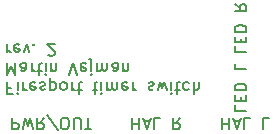
<source format=gbr>
%TF.GenerationSoftware,KiCad,Pcbnew,7.0.5*%
%TF.CreationDate,2023-08-11T08:16:59+02:00*%
%TF.ProjectId,FiresportTimer,46697265-7370-46f7-9274-54696d65722e,rev?*%
%TF.SameCoordinates,Original*%
%TF.FileFunction,Legend,Bot*%
%TF.FilePolarity,Positive*%
%FSLAX46Y46*%
G04 Gerber Fmt 4.6, Leading zero omitted, Abs format (unit mm)*
G04 Created by KiCad (PCBNEW 7.0.5) date 2023-08-11 08:16:59*
%MOMM*%
%LPD*%
G01*
G04 APERTURE LIST*
%ADD10C,0.150000*%
G04 APERTURE END LIST*
D10*
X169754779Y-68837180D02*
X169754779Y-69837180D01*
X169754779Y-69360990D02*
X170326207Y-69360990D01*
X170326207Y-68837180D02*
X170326207Y-69837180D01*
X170754779Y-69122895D02*
X171230969Y-69122895D01*
X170659541Y-68837180D02*
X170992874Y-69837180D01*
X170992874Y-69837180D02*
X171326207Y-68837180D01*
X172135731Y-68837180D02*
X171659541Y-68837180D01*
X171659541Y-68837180D02*
X171659541Y-69837180D01*
X173707160Y-68837180D02*
X173230970Y-68837180D01*
X173230970Y-68837180D02*
X173230970Y-69837180D01*
X162134779Y-68837180D02*
X162134779Y-69837180D01*
X162134779Y-69360990D02*
X162706207Y-69360990D01*
X162706207Y-68837180D02*
X162706207Y-69837180D01*
X163134779Y-69122895D02*
X163610969Y-69122895D01*
X163039541Y-68837180D02*
X163372874Y-69837180D01*
X163372874Y-69837180D02*
X163706207Y-68837180D01*
X164515731Y-68837180D02*
X164039541Y-68837180D01*
X164039541Y-68837180D02*
X164039541Y-69837180D01*
X166182398Y-68837180D02*
X165849065Y-69313371D01*
X165610970Y-68837180D02*
X165610970Y-69837180D01*
X165610970Y-69837180D02*
X165991922Y-69837180D01*
X165991922Y-69837180D02*
X166087160Y-69789561D01*
X166087160Y-69789561D02*
X166134779Y-69741942D01*
X166134779Y-69741942D02*
X166182398Y-69646704D01*
X166182398Y-69646704D02*
X166182398Y-69503847D01*
X166182398Y-69503847D02*
X166134779Y-69408609D01*
X166134779Y-69408609D02*
X166087160Y-69360990D01*
X166087160Y-69360990D02*
X165991922Y-69313371D01*
X165991922Y-69313371D02*
X165610970Y-69313371D01*
X170818180Y-67767030D02*
X170818180Y-68243220D01*
X170818180Y-68243220D02*
X171818180Y-68243220D01*
X171341990Y-67433696D02*
X171341990Y-67100363D01*
X170818180Y-66957506D02*
X170818180Y-67433696D01*
X170818180Y-67433696D02*
X171818180Y-67433696D01*
X171818180Y-67433696D02*
X171818180Y-66957506D01*
X170818180Y-66528934D02*
X171818180Y-66528934D01*
X171818180Y-66528934D02*
X171818180Y-66290839D01*
X171818180Y-66290839D02*
X171770561Y-66147982D01*
X171770561Y-66147982D02*
X171675323Y-66052744D01*
X171675323Y-66052744D02*
X171580085Y-66005125D01*
X171580085Y-66005125D02*
X171389609Y-65957506D01*
X171389609Y-65957506D02*
X171246752Y-65957506D01*
X171246752Y-65957506D02*
X171056276Y-66005125D01*
X171056276Y-66005125D02*
X170961038Y-66052744D01*
X170961038Y-66052744D02*
X170865800Y-66147982D01*
X170865800Y-66147982D02*
X170818180Y-66290839D01*
X170818180Y-66290839D02*
X170818180Y-66528934D01*
X170818180Y-64290839D02*
X170818180Y-64767029D01*
X170818180Y-64767029D02*
X171818180Y-64767029D01*
X151927112Y-66357990D02*
X151593779Y-66357990D01*
X151593779Y-65834180D02*
X151593779Y-66834180D01*
X151593779Y-66834180D02*
X152069969Y-66834180D01*
X152450922Y-65834180D02*
X152450922Y-66500847D01*
X152450922Y-66834180D02*
X152403303Y-66786561D01*
X152403303Y-66786561D02*
X152450922Y-66738942D01*
X152450922Y-66738942D02*
X152498541Y-66786561D01*
X152498541Y-66786561D02*
X152450922Y-66834180D01*
X152450922Y-66834180D02*
X152450922Y-66738942D01*
X152927112Y-65834180D02*
X152927112Y-66500847D01*
X152927112Y-66310371D02*
X152974731Y-66405609D01*
X152974731Y-66405609D02*
X153022350Y-66453228D01*
X153022350Y-66453228D02*
X153117588Y-66500847D01*
X153117588Y-66500847D02*
X153212826Y-66500847D01*
X153927112Y-65881800D02*
X153831874Y-65834180D01*
X153831874Y-65834180D02*
X153641398Y-65834180D01*
X153641398Y-65834180D02*
X153546160Y-65881800D01*
X153546160Y-65881800D02*
X153498541Y-65977038D01*
X153498541Y-65977038D02*
X153498541Y-66357990D01*
X153498541Y-66357990D02*
X153546160Y-66453228D01*
X153546160Y-66453228D02*
X153641398Y-66500847D01*
X153641398Y-66500847D02*
X153831874Y-66500847D01*
X153831874Y-66500847D02*
X153927112Y-66453228D01*
X153927112Y-66453228D02*
X153974731Y-66357990D01*
X153974731Y-66357990D02*
X153974731Y-66262752D01*
X153974731Y-66262752D02*
X153498541Y-66167514D01*
X154355684Y-65881800D02*
X154450922Y-65834180D01*
X154450922Y-65834180D02*
X154641398Y-65834180D01*
X154641398Y-65834180D02*
X154736636Y-65881800D01*
X154736636Y-65881800D02*
X154784255Y-65977038D01*
X154784255Y-65977038D02*
X154784255Y-66024657D01*
X154784255Y-66024657D02*
X154736636Y-66119895D01*
X154736636Y-66119895D02*
X154641398Y-66167514D01*
X154641398Y-66167514D02*
X154498541Y-66167514D01*
X154498541Y-66167514D02*
X154403303Y-66215133D01*
X154403303Y-66215133D02*
X154355684Y-66310371D01*
X154355684Y-66310371D02*
X154355684Y-66357990D01*
X154355684Y-66357990D02*
X154403303Y-66453228D01*
X154403303Y-66453228D02*
X154498541Y-66500847D01*
X154498541Y-66500847D02*
X154641398Y-66500847D01*
X154641398Y-66500847D02*
X154736636Y-66453228D01*
X155212827Y-66500847D02*
X155212827Y-65500847D01*
X155212827Y-66453228D02*
X155308065Y-66500847D01*
X155308065Y-66500847D02*
X155498541Y-66500847D01*
X155498541Y-66500847D02*
X155593779Y-66453228D01*
X155593779Y-66453228D02*
X155641398Y-66405609D01*
X155641398Y-66405609D02*
X155689017Y-66310371D01*
X155689017Y-66310371D02*
X155689017Y-66024657D01*
X155689017Y-66024657D02*
X155641398Y-65929419D01*
X155641398Y-65929419D02*
X155593779Y-65881800D01*
X155593779Y-65881800D02*
X155498541Y-65834180D01*
X155498541Y-65834180D02*
X155308065Y-65834180D01*
X155308065Y-65834180D02*
X155212827Y-65881800D01*
X156260446Y-65834180D02*
X156165208Y-65881800D01*
X156165208Y-65881800D02*
X156117589Y-65929419D01*
X156117589Y-65929419D02*
X156069970Y-66024657D01*
X156069970Y-66024657D02*
X156069970Y-66310371D01*
X156069970Y-66310371D02*
X156117589Y-66405609D01*
X156117589Y-66405609D02*
X156165208Y-66453228D01*
X156165208Y-66453228D02*
X156260446Y-66500847D01*
X156260446Y-66500847D02*
X156403303Y-66500847D01*
X156403303Y-66500847D02*
X156498541Y-66453228D01*
X156498541Y-66453228D02*
X156546160Y-66405609D01*
X156546160Y-66405609D02*
X156593779Y-66310371D01*
X156593779Y-66310371D02*
X156593779Y-66024657D01*
X156593779Y-66024657D02*
X156546160Y-65929419D01*
X156546160Y-65929419D02*
X156498541Y-65881800D01*
X156498541Y-65881800D02*
X156403303Y-65834180D01*
X156403303Y-65834180D02*
X156260446Y-65834180D01*
X157022351Y-65834180D02*
X157022351Y-66500847D01*
X157022351Y-66310371D02*
X157069970Y-66405609D01*
X157069970Y-66405609D02*
X157117589Y-66453228D01*
X157117589Y-66453228D02*
X157212827Y-66500847D01*
X157212827Y-66500847D02*
X157308065Y-66500847D01*
X157498542Y-66500847D02*
X157879494Y-66500847D01*
X157641399Y-66834180D02*
X157641399Y-65977038D01*
X157641399Y-65977038D02*
X157689018Y-65881800D01*
X157689018Y-65881800D02*
X157784256Y-65834180D01*
X157784256Y-65834180D02*
X157879494Y-65834180D01*
X158831876Y-66500847D02*
X159212828Y-66500847D01*
X158974733Y-66834180D02*
X158974733Y-65977038D01*
X158974733Y-65977038D02*
X159022352Y-65881800D01*
X159022352Y-65881800D02*
X159117590Y-65834180D01*
X159117590Y-65834180D02*
X159212828Y-65834180D01*
X159546162Y-65834180D02*
X159546162Y-66500847D01*
X159546162Y-66834180D02*
X159498543Y-66786561D01*
X159498543Y-66786561D02*
X159546162Y-66738942D01*
X159546162Y-66738942D02*
X159593781Y-66786561D01*
X159593781Y-66786561D02*
X159546162Y-66834180D01*
X159546162Y-66834180D02*
X159546162Y-66738942D01*
X160022352Y-65834180D02*
X160022352Y-66500847D01*
X160022352Y-66405609D02*
X160069971Y-66453228D01*
X160069971Y-66453228D02*
X160165209Y-66500847D01*
X160165209Y-66500847D02*
X160308066Y-66500847D01*
X160308066Y-66500847D02*
X160403304Y-66453228D01*
X160403304Y-66453228D02*
X160450923Y-66357990D01*
X160450923Y-66357990D02*
X160450923Y-65834180D01*
X160450923Y-66357990D02*
X160498542Y-66453228D01*
X160498542Y-66453228D02*
X160593780Y-66500847D01*
X160593780Y-66500847D02*
X160736637Y-66500847D01*
X160736637Y-66500847D02*
X160831876Y-66453228D01*
X160831876Y-66453228D02*
X160879495Y-66357990D01*
X160879495Y-66357990D02*
X160879495Y-65834180D01*
X161736637Y-65881800D02*
X161641399Y-65834180D01*
X161641399Y-65834180D02*
X161450923Y-65834180D01*
X161450923Y-65834180D02*
X161355685Y-65881800D01*
X161355685Y-65881800D02*
X161308066Y-65977038D01*
X161308066Y-65977038D02*
X161308066Y-66357990D01*
X161308066Y-66357990D02*
X161355685Y-66453228D01*
X161355685Y-66453228D02*
X161450923Y-66500847D01*
X161450923Y-66500847D02*
X161641399Y-66500847D01*
X161641399Y-66500847D02*
X161736637Y-66453228D01*
X161736637Y-66453228D02*
X161784256Y-66357990D01*
X161784256Y-66357990D02*
X161784256Y-66262752D01*
X161784256Y-66262752D02*
X161308066Y-66167514D01*
X162212828Y-65834180D02*
X162212828Y-66500847D01*
X162212828Y-66310371D02*
X162260447Y-66405609D01*
X162260447Y-66405609D02*
X162308066Y-66453228D01*
X162308066Y-66453228D02*
X162403304Y-66500847D01*
X162403304Y-66500847D02*
X162498542Y-66500847D01*
X163546162Y-65881800D02*
X163641400Y-65834180D01*
X163641400Y-65834180D02*
X163831876Y-65834180D01*
X163831876Y-65834180D02*
X163927114Y-65881800D01*
X163927114Y-65881800D02*
X163974733Y-65977038D01*
X163974733Y-65977038D02*
X163974733Y-66024657D01*
X163974733Y-66024657D02*
X163927114Y-66119895D01*
X163927114Y-66119895D02*
X163831876Y-66167514D01*
X163831876Y-66167514D02*
X163689019Y-66167514D01*
X163689019Y-66167514D02*
X163593781Y-66215133D01*
X163593781Y-66215133D02*
X163546162Y-66310371D01*
X163546162Y-66310371D02*
X163546162Y-66357990D01*
X163546162Y-66357990D02*
X163593781Y-66453228D01*
X163593781Y-66453228D02*
X163689019Y-66500847D01*
X163689019Y-66500847D02*
X163831876Y-66500847D01*
X163831876Y-66500847D02*
X163927114Y-66453228D01*
X164308067Y-66500847D02*
X164498543Y-65834180D01*
X164498543Y-65834180D02*
X164689019Y-66310371D01*
X164689019Y-66310371D02*
X164879495Y-65834180D01*
X164879495Y-65834180D02*
X165069971Y-66500847D01*
X165450924Y-65834180D02*
X165450924Y-66500847D01*
X165450924Y-66834180D02*
X165403305Y-66786561D01*
X165403305Y-66786561D02*
X165450924Y-66738942D01*
X165450924Y-66738942D02*
X165498543Y-66786561D01*
X165498543Y-66786561D02*
X165450924Y-66834180D01*
X165450924Y-66834180D02*
X165450924Y-66738942D01*
X165784257Y-66500847D02*
X166165209Y-66500847D01*
X165927114Y-66834180D02*
X165927114Y-65977038D01*
X165927114Y-65977038D02*
X165974733Y-65881800D01*
X165974733Y-65881800D02*
X166069971Y-65834180D01*
X166069971Y-65834180D02*
X166165209Y-65834180D01*
X166927114Y-65881800D02*
X166831876Y-65834180D01*
X166831876Y-65834180D02*
X166641400Y-65834180D01*
X166641400Y-65834180D02*
X166546162Y-65881800D01*
X166546162Y-65881800D02*
X166498543Y-65929419D01*
X166498543Y-65929419D02*
X166450924Y-66024657D01*
X166450924Y-66024657D02*
X166450924Y-66310371D01*
X166450924Y-66310371D02*
X166498543Y-66405609D01*
X166498543Y-66405609D02*
X166546162Y-66453228D01*
X166546162Y-66453228D02*
X166641400Y-66500847D01*
X166641400Y-66500847D02*
X166831876Y-66500847D01*
X166831876Y-66500847D02*
X166927114Y-66453228D01*
X167355686Y-65834180D02*
X167355686Y-66834180D01*
X167784257Y-65834180D02*
X167784257Y-66357990D01*
X167784257Y-66357990D02*
X167736638Y-66453228D01*
X167736638Y-66453228D02*
X167641400Y-66500847D01*
X167641400Y-66500847D02*
X167498543Y-66500847D01*
X167498543Y-66500847D02*
X167403305Y-66453228D01*
X167403305Y-66453228D02*
X167355686Y-66405609D01*
X151593779Y-64224180D02*
X151593779Y-65224180D01*
X151593779Y-65224180D02*
X151927112Y-64509895D01*
X151927112Y-64509895D02*
X152260445Y-65224180D01*
X152260445Y-65224180D02*
X152260445Y-64224180D01*
X153165207Y-64224180D02*
X153165207Y-64747990D01*
X153165207Y-64747990D02*
X153117588Y-64843228D01*
X153117588Y-64843228D02*
X153022350Y-64890847D01*
X153022350Y-64890847D02*
X152831874Y-64890847D01*
X152831874Y-64890847D02*
X152736636Y-64843228D01*
X153165207Y-64271800D02*
X153069969Y-64224180D01*
X153069969Y-64224180D02*
X152831874Y-64224180D01*
X152831874Y-64224180D02*
X152736636Y-64271800D01*
X152736636Y-64271800D02*
X152689017Y-64367038D01*
X152689017Y-64367038D02*
X152689017Y-64462276D01*
X152689017Y-64462276D02*
X152736636Y-64557514D01*
X152736636Y-64557514D02*
X152831874Y-64605133D01*
X152831874Y-64605133D02*
X153069969Y-64605133D01*
X153069969Y-64605133D02*
X153165207Y-64652752D01*
X153641398Y-64224180D02*
X153641398Y-64890847D01*
X153641398Y-64700371D02*
X153689017Y-64795609D01*
X153689017Y-64795609D02*
X153736636Y-64843228D01*
X153736636Y-64843228D02*
X153831874Y-64890847D01*
X153831874Y-64890847D02*
X153927112Y-64890847D01*
X154117589Y-64890847D02*
X154498541Y-64890847D01*
X154260446Y-65224180D02*
X154260446Y-64367038D01*
X154260446Y-64367038D02*
X154308065Y-64271800D01*
X154308065Y-64271800D02*
X154403303Y-64224180D01*
X154403303Y-64224180D02*
X154498541Y-64224180D01*
X154831875Y-64224180D02*
X154831875Y-64890847D01*
X154831875Y-65224180D02*
X154784256Y-65176561D01*
X154784256Y-65176561D02*
X154831875Y-65128942D01*
X154831875Y-65128942D02*
X154879494Y-65176561D01*
X154879494Y-65176561D02*
X154831875Y-65224180D01*
X154831875Y-65224180D02*
X154831875Y-65128942D01*
X155308065Y-64890847D02*
X155308065Y-64224180D01*
X155308065Y-64795609D02*
X155355684Y-64843228D01*
X155355684Y-64843228D02*
X155450922Y-64890847D01*
X155450922Y-64890847D02*
X155593779Y-64890847D01*
X155593779Y-64890847D02*
X155689017Y-64843228D01*
X155689017Y-64843228D02*
X155736636Y-64747990D01*
X155736636Y-64747990D02*
X155736636Y-64224180D01*
X156831875Y-65224180D02*
X157165208Y-64224180D01*
X157165208Y-64224180D02*
X157498541Y-65224180D01*
X158212827Y-64271800D02*
X158117589Y-64224180D01*
X158117589Y-64224180D02*
X157927113Y-64224180D01*
X157927113Y-64224180D02*
X157831875Y-64271800D01*
X157831875Y-64271800D02*
X157784256Y-64367038D01*
X157784256Y-64367038D02*
X157784256Y-64747990D01*
X157784256Y-64747990D02*
X157831875Y-64843228D01*
X157831875Y-64843228D02*
X157927113Y-64890847D01*
X157927113Y-64890847D02*
X158117589Y-64890847D01*
X158117589Y-64890847D02*
X158212827Y-64843228D01*
X158212827Y-64843228D02*
X158260446Y-64747990D01*
X158260446Y-64747990D02*
X158260446Y-64652752D01*
X158260446Y-64652752D02*
X157784256Y-64557514D01*
X158689018Y-64890847D02*
X158689018Y-64033704D01*
X158689018Y-64033704D02*
X158641399Y-63938466D01*
X158641399Y-63938466D02*
X158546161Y-63890847D01*
X158546161Y-63890847D02*
X158498542Y-63890847D01*
X158689018Y-65224180D02*
X158641399Y-65176561D01*
X158641399Y-65176561D02*
X158689018Y-65128942D01*
X158689018Y-65128942D02*
X158736637Y-65176561D01*
X158736637Y-65176561D02*
X158689018Y-65224180D01*
X158689018Y-65224180D02*
X158689018Y-65128942D01*
X159165208Y-64224180D02*
X159165208Y-64890847D01*
X159165208Y-64795609D02*
X159212827Y-64843228D01*
X159212827Y-64843228D02*
X159308065Y-64890847D01*
X159308065Y-64890847D02*
X159450922Y-64890847D01*
X159450922Y-64890847D02*
X159546160Y-64843228D01*
X159546160Y-64843228D02*
X159593779Y-64747990D01*
X159593779Y-64747990D02*
X159593779Y-64224180D01*
X159593779Y-64747990D02*
X159641398Y-64843228D01*
X159641398Y-64843228D02*
X159736636Y-64890847D01*
X159736636Y-64890847D02*
X159879493Y-64890847D01*
X159879493Y-64890847D02*
X159974732Y-64843228D01*
X159974732Y-64843228D02*
X160022351Y-64747990D01*
X160022351Y-64747990D02*
X160022351Y-64224180D01*
X160927112Y-64224180D02*
X160927112Y-64747990D01*
X160927112Y-64747990D02*
X160879493Y-64843228D01*
X160879493Y-64843228D02*
X160784255Y-64890847D01*
X160784255Y-64890847D02*
X160593779Y-64890847D01*
X160593779Y-64890847D02*
X160498541Y-64843228D01*
X160927112Y-64271800D02*
X160831874Y-64224180D01*
X160831874Y-64224180D02*
X160593779Y-64224180D01*
X160593779Y-64224180D02*
X160498541Y-64271800D01*
X160498541Y-64271800D02*
X160450922Y-64367038D01*
X160450922Y-64367038D02*
X160450922Y-64462276D01*
X160450922Y-64462276D02*
X160498541Y-64557514D01*
X160498541Y-64557514D02*
X160593779Y-64605133D01*
X160593779Y-64605133D02*
X160831874Y-64605133D01*
X160831874Y-64605133D02*
X160927112Y-64652752D01*
X161403303Y-64890847D02*
X161403303Y-64224180D01*
X161403303Y-64795609D02*
X161450922Y-64843228D01*
X161450922Y-64843228D02*
X161546160Y-64890847D01*
X161546160Y-64890847D02*
X161689017Y-64890847D01*
X161689017Y-64890847D02*
X161784255Y-64843228D01*
X161784255Y-64843228D02*
X161831874Y-64747990D01*
X161831874Y-64747990D02*
X161831874Y-64224180D01*
X151593779Y-62614180D02*
X151593779Y-63280847D01*
X151593779Y-63090371D02*
X151641398Y-63185609D01*
X151641398Y-63185609D02*
X151689017Y-63233228D01*
X151689017Y-63233228D02*
X151784255Y-63280847D01*
X151784255Y-63280847D02*
X151879493Y-63280847D01*
X152593779Y-62661800D02*
X152498541Y-62614180D01*
X152498541Y-62614180D02*
X152308065Y-62614180D01*
X152308065Y-62614180D02*
X152212827Y-62661800D01*
X152212827Y-62661800D02*
X152165208Y-62757038D01*
X152165208Y-62757038D02*
X152165208Y-63137990D01*
X152165208Y-63137990D02*
X152212827Y-63233228D01*
X152212827Y-63233228D02*
X152308065Y-63280847D01*
X152308065Y-63280847D02*
X152498541Y-63280847D01*
X152498541Y-63280847D02*
X152593779Y-63233228D01*
X152593779Y-63233228D02*
X152641398Y-63137990D01*
X152641398Y-63137990D02*
X152641398Y-63042752D01*
X152641398Y-63042752D02*
X152165208Y-62947514D01*
X152974732Y-63280847D02*
X153212827Y-62614180D01*
X153212827Y-62614180D02*
X153450922Y-63280847D01*
X153831875Y-62709419D02*
X153879494Y-62661800D01*
X153879494Y-62661800D02*
X153831875Y-62614180D01*
X153831875Y-62614180D02*
X153784256Y-62661800D01*
X153784256Y-62661800D02*
X153831875Y-62709419D01*
X153831875Y-62709419D02*
X153831875Y-62614180D01*
X155022351Y-63518942D02*
X155069970Y-63566561D01*
X155069970Y-63566561D02*
X155165208Y-63614180D01*
X155165208Y-63614180D02*
X155403303Y-63614180D01*
X155403303Y-63614180D02*
X155498541Y-63566561D01*
X155498541Y-63566561D02*
X155546160Y-63518942D01*
X155546160Y-63518942D02*
X155593779Y-63423704D01*
X155593779Y-63423704D02*
X155593779Y-63328466D01*
X155593779Y-63328466D02*
X155546160Y-63185609D01*
X155546160Y-63185609D02*
X154974732Y-62614180D01*
X154974732Y-62614180D02*
X155593779Y-62614180D01*
X151974779Y-68837180D02*
X151974779Y-69837180D01*
X151974779Y-69837180D02*
X152355731Y-69837180D01*
X152355731Y-69837180D02*
X152450969Y-69789561D01*
X152450969Y-69789561D02*
X152498588Y-69741942D01*
X152498588Y-69741942D02*
X152546207Y-69646704D01*
X152546207Y-69646704D02*
X152546207Y-69503847D01*
X152546207Y-69503847D02*
X152498588Y-69408609D01*
X152498588Y-69408609D02*
X152450969Y-69360990D01*
X152450969Y-69360990D02*
X152355731Y-69313371D01*
X152355731Y-69313371D02*
X151974779Y-69313371D01*
X152879541Y-69837180D02*
X153117636Y-68837180D01*
X153117636Y-68837180D02*
X153308112Y-69551466D01*
X153308112Y-69551466D02*
X153498588Y-68837180D01*
X153498588Y-68837180D02*
X153736684Y-69837180D01*
X154689064Y-68837180D02*
X154355731Y-69313371D01*
X154117636Y-68837180D02*
X154117636Y-69837180D01*
X154117636Y-69837180D02*
X154498588Y-69837180D01*
X154498588Y-69837180D02*
X154593826Y-69789561D01*
X154593826Y-69789561D02*
X154641445Y-69741942D01*
X154641445Y-69741942D02*
X154689064Y-69646704D01*
X154689064Y-69646704D02*
X154689064Y-69503847D01*
X154689064Y-69503847D02*
X154641445Y-69408609D01*
X154641445Y-69408609D02*
X154593826Y-69360990D01*
X154593826Y-69360990D02*
X154498588Y-69313371D01*
X154498588Y-69313371D02*
X154117636Y-69313371D01*
X155831921Y-69884800D02*
X154974779Y-68599085D01*
X156355731Y-69837180D02*
X156546207Y-69837180D01*
X156546207Y-69837180D02*
X156641445Y-69789561D01*
X156641445Y-69789561D02*
X156736683Y-69694323D01*
X156736683Y-69694323D02*
X156784302Y-69503847D01*
X156784302Y-69503847D02*
X156784302Y-69170514D01*
X156784302Y-69170514D02*
X156736683Y-68980038D01*
X156736683Y-68980038D02*
X156641445Y-68884800D01*
X156641445Y-68884800D02*
X156546207Y-68837180D01*
X156546207Y-68837180D02*
X156355731Y-68837180D01*
X156355731Y-68837180D02*
X156260493Y-68884800D01*
X156260493Y-68884800D02*
X156165255Y-68980038D01*
X156165255Y-68980038D02*
X156117636Y-69170514D01*
X156117636Y-69170514D02*
X156117636Y-69503847D01*
X156117636Y-69503847D02*
X156165255Y-69694323D01*
X156165255Y-69694323D02*
X156260493Y-69789561D01*
X156260493Y-69789561D02*
X156355731Y-69837180D01*
X157212874Y-69837180D02*
X157212874Y-69027657D01*
X157212874Y-69027657D02*
X157260493Y-68932419D01*
X157260493Y-68932419D02*
X157308112Y-68884800D01*
X157308112Y-68884800D02*
X157403350Y-68837180D01*
X157403350Y-68837180D02*
X157593826Y-68837180D01*
X157593826Y-68837180D02*
X157689064Y-68884800D01*
X157689064Y-68884800D02*
X157736683Y-68932419D01*
X157736683Y-68932419D02*
X157784302Y-69027657D01*
X157784302Y-69027657D02*
X157784302Y-69837180D01*
X158117636Y-69837180D02*
X158689064Y-69837180D01*
X158403350Y-68837180D02*
X158403350Y-69837180D01*
X170818180Y-62814030D02*
X170818180Y-63290220D01*
X170818180Y-63290220D02*
X171818180Y-63290220D01*
X171341990Y-62480696D02*
X171341990Y-62147363D01*
X170818180Y-62004506D02*
X170818180Y-62480696D01*
X170818180Y-62480696D02*
X171818180Y-62480696D01*
X171818180Y-62480696D02*
X171818180Y-62004506D01*
X170818180Y-61575934D02*
X171818180Y-61575934D01*
X171818180Y-61575934D02*
X171818180Y-61337839D01*
X171818180Y-61337839D02*
X171770561Y-61194982D01*
X171770561Y-61194982D02*
X171675323Y-61099744D01*
X171675323Y-61099744D02*
X171580085Y-61052125D01*
X171580085Y-61052125D02*
X171389609Y-61004506D01*
X171389609Y-61004506D02*
X171246752Y-61004506D01*
X171246752Y-61004506D02*
X171056276Y-61052125D01*
X171056276Y-61052125D02*
X170961038Y-61099744D01*
X170961038Y-61099744D02*
X170865800Y-61194982D01*
X170865800Y-61194982D02*
X170818180Y-61337839D01*
X170818180Y-61337839D02*
X170818180Y-61575934D01*
X170818180Y-59242601D02*
X171294371Y-59575934D01*
X170818180Y-59814029D02*
X171818180Y-59814029D01*
X171818180Y-59814029D02*
X171818180Y-59433077D01*
X171818180Y-59433077D02*
X171770561Y-59337839D01*
X171770561Y-59337839D02*
X171722942Y-59290220D01*
X171722942Y-59290220D02*
X171627704Y-59242601D01*
X171627704Y-59242601D02*
X171484847Y-59242601D01*
X171484847Y-59242601D02*
X171389609Y-59290220D01*
X171389609Y-59290220D02*
X171341990Y-59337839D01*
X171341990Y-59337839D02*
X171294371Y-59433077D01*
X171294371Y-59433077D02*
X171294371Y-59814029D01*
M02*

</source>
